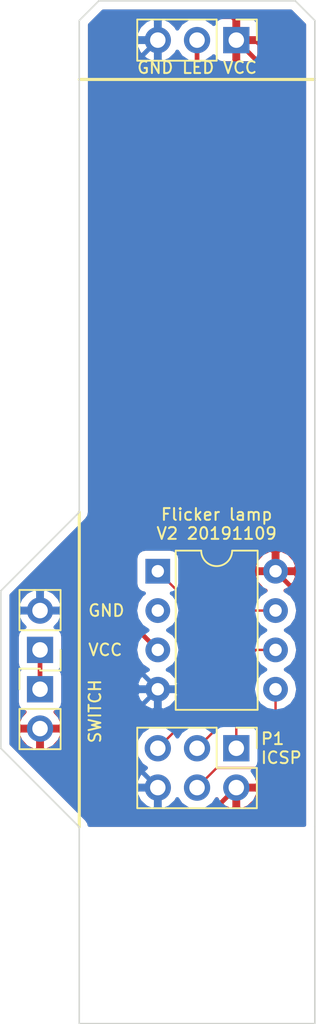
<source format=kicad_pcb>
(kicad_pcb (version 4) (host pcbnew 4.0.7-e2-6376~61~ubuntu18.04.1)

  (general
    (links 12)
    (no_connects 0)
    (area 140.079981 68.95998 162.660001 137.210001)
    (thickness 1.6)
    (drawings 22)
    (tracks 40)
    (zones 0)
    (modules 5)
    (nets 10)
  )

  (page A4)
  (layers
    (0 F.Cu signal)
    (31 B.Cu signal)
    (36 B.SilkS user)
    (37 F.SilkS user)
    (38 B.Mask user)
    (39 F.Mask user)
    (44 Edge.Cuts user)
  )

  (setup
    (last_trace_width 0.1524)
    (trace_clearance 0.1524)
    (zone_clearance 0.508)
    (zone_45_only no)
    (trace_min 0.1524)
    (segment_width 0.2)
    (edge_width 0.1)
    (via_size 0.6858)
    (via_drill 0.3302)
    (via_min_size 0.508)
    (via_min_drill 0.254)
    (uvia_size 0.6858)
    (uvia_drill 0.3302)
    (uvias_allowed no)
    (uvia_min_size 0)
    (uvia_min_drill 0)
    (pcb_text_width 0.3)
    (pcb_text_size 1.5 1.5)
    (mod_edge_width 0.15)
    (mod_text_size 1 1)
    (mod_text_width 0.15)
    (pad_size 1.5 1.5)
    (pad_drill 0.6)
    (pad_to_mask_clearance 0.0508)
    (aux_axis_origin 142.24 137.16)
    (visible_elements FFFFFF7F)
    (pcbplotparams
      (layerselection 0x010f0_80000001)
      (usegerberextensions true)
      (excludeedgelayer true)
      (linewidth 0.100000)
      (plotframeref false)
      (viasonmask false)
      (mode 1)
      (useauxorigin true)
      (hpglpennumber 1)
      (hpglpenspeed 20)
      (hpglpendiameter 15)
      (hpglpenoverlay 2)
      (psnegative false)
      (psa4output false)
      (plotreference true)
      (plotvalue true)
      (plotinvisibletext false)
      (padsonsilk false)
      (subtractmaskfromsilk false)
      (outputformat 1)
      (mirror false)
      (drillshape 0)
      (scaleselection 1)
      (outputdirectory gerber/))
  )

  (net 0 "")
  (net 1 /VCC)
  (net 2 /LED)
  (net 3 /GND)
  (net 4 /VCCIN)
  (net 5 /RESET)
  (net 6 /MOSI)
  (net 7 "Net-(U1-Pad2)")
  (net 8 /MISO)
  (net 9 /SCK)

  (net_class Default "This is the default net class."
    (clearance 0.1524)
    (trace_width 0.1524)
    (via_dia 0.6858)
    (via_drill 0.3302)
    (uvia_dia 0.6858)
    (uvia_drill 0.3302)
    (add_net /LED)
    (add_net /MISO)
    (add_net /MOSI)
    (add_net /RESET)
    (add_net /SCK)
    (add_net "Net-(U1-Pad2)")
  )

  (net_class Power ""
    (clearance 0.1524)
    (trace_width 0.3048)
    (via_dia 0.6858)
    (via_drill 0.3302)
    (uvia_dia 0.6858)
    (uvia_drill 0.3302)
    (add_net /GND)
    (add_net /VCC)
    (add_net /VCCIN)
  )

  (module Socket_Strips:Socket_Strip_Straight_1x03_Pitch2.54mm (layer F.Cu) (tedit 5AF91971) (tstamp 5AF9164F)
    (at 157.48 73.66 270)
    (descr "Through hole straight socket strip, 1x03, 2.54mm pitch, single row")
    (tags "Through hole socket strip THT 1x03 2.54mm single row")
    (path /5AF8FF8A)
    (fp_text reference JLED1 (at 0 -2.33 270) (layer F.SilkS) hide
      (effects (font (size 1 1) (thickness 0.15)))
    )
    (fp_text value Conn_01x03 (at 0 7.41 270) (layer F.Fab) hide
      (effects (font (size 1 1) (thickness 0.15)))
    )
    (fp_line (start -1.27 -1.27) (end -1.27 6.35) (layer F.Fab) (width 0.1))
    (fp_line (start -1.27 6.35) (end 1.27 6.35) (layer F.Fab) (width 0.1))
    (fp_line (start 1.27 6.35) (end 1.27 -1.27) (layer F.Fab) (width 0.1))
    (fp_line (start 1.27 -1.27) (end -1.27 -1.27) (layer F.Fab) (width 0.1))
    (fp_line (start -1.33 1.27) (end -1.33 6.41) (layer F.SilkS) (width 0.12))
    (fp_line (start -1.33 6.41) (end 1.33 6.41) (layer F.SilkS) (width 0.12))
    (fp_line (start 1.33 6.41) (end 1.33 1.27) (layer F.SilkS) (width 0.12))
    (fp_line (start 1.33 1.27) (end -1.33 1.27) (layer F.SilkS) (width 0.12))
    (fp_line (start -1.33 0) (end -1.33 -1.33) (layer F.SilkS) (width 0.12))
    (fp_line (start -1.33 -1.33) (end 0 -1.33) (layer F.SilkS) (width 0.12))
    (fp_line (start -1.8 -1.8) (end -1.8 6.85) (layer F.CrtYd) (width 0.05))
    (fp_line (start -1.8 6.85) (end 1.8 6.85) (layer F.CrtYd) (width 0.05))
    (fp_line (start 1.8 6.85) (end 1.8 -1.8) (layer F.CrtYd) (width 0.05))
    (fp_line (start 1.8 -1.8) (end -1.8 -1.8) (layer F.CrtYd) (width 0.05))
    (pad 1 thru_hole rect (at 0 0 270) (size 1.7 1.7) (drill 1) (layers *.Cu *.Mask)
      (net 1 /VCC))
    (pad 2 thru_hole oval (at 0 2.54 270) (size 1.7 1.7) (drill 1) (layers *.Cu *.Mask)
      (net 2 /LED))
    (pad 3 thru_hole oval (at 0 5.08 270) (size 1.7 1.7) (drill 1) (layers *.Cu *.Mask)
      (net 3 /GND))
    (model ${KISYS3DMOD}/Socket_Strips.3dshapes/Socket_Strip_Straight_1x03_Pitch2.54mm.wrl
      (at (xyz 0 -0.1 0))
      (scale (xyz 1 1 1))
      (rotate (xyz 0 0 270))
    )
  )

  (module Socket_Strips:Socket_Strip_Straight_1x02_Pitch2.54mm (layer F.Cu) (tedit 5AF91988) (tstamp 5AF91664)
    (at 144.78 115.57)
    (descr "Through hole straight socket strip, 1x02, 2.54mm pitch, single row")
    (tags "Through hole socket strip THT 1x02 2.54mm single row")
    (path /5AF8FF69)
    (fp_text reference JPSW1 (at 0 -2.33) (layer F.SilkS) hide
      (effects (font (size 1 1) (thickness 0.15)))
    )
    (fp_text value Conn_01x02 (at 0 4.87) (layer F.Fab) hide
      (effects (font (size 1 1) (thickness 0.15)))
    )
    (fp_line (start -1.27 -1.27) (end -1.27 3.81) (layer F.Fab) (width 0.1))
    (fp_line (start -1.27 3.81) (end 1.27 3.81) (layer F.Fab) (width 0.1))
    (fp_line (start 1.27 3.81) (end 1.27 -1.27) (layer F.Fab) (width 0.1))
    (fp_line (start 1.27 -1.27) (end -1.27 -1.27) (layer F.Fab) (width 0.1))
    (fp_line (start -1.33 1.27) (end -1.33 3.87) (layer F.SilkS) (width 0.12))
    (fp_line (start -1.33 3.87) (end 1.33 3.87) (layer F.SilkS) (width 0.12))
    (fp_line (start 1.33 3.87) (end 1.33 1.27) (layer F.SilkS) (width 0.12))
    (fp_line (start 1.33 1.27) (end -1.33 1.27) (layer F.SilkS) (width 0.12))
    (fp_line (start -1.33 0) (end -1.33 -1.33) (layer F.SilkS) (width 0.12))
    (fp_line (start -1.33 -1.33) (end 0 -1.33) (layer F.SilkS) (width 0.12))
    (fp_line (start -1.8 -1.8) (end -1.8 4.35) (layer F.CrtYd) (width 0.05))
    (fp_line (start -1.8 4.35) (end 1.8 4.35) (layer F.CrtYd) (width 0.05))
    (fp_line (start 1.8 4.35) (end 1.8 -1.8) (layer F.CrtYd) (width 0.05))
    (fp_line (start 1.8 -1.8) (end -1.8 -1.8) (layer F.CrtYd) (width 0.05))
    (pad 1 thru_hole rect (at 0 0) (size 1.7 1.7) (drill 1) (layers *.Cu *.Mask)
      (net 4 /VCCIN))
    (pad 2 thru_hole oval (at 0 2.54) (size 1.7 1.7) (drill 1) (layers *.Cu *.Mask)
      (net 1 /VCC))
    (model ${KISYS3DMOD}/Socket_Strips.3dshapes/Socket_Strip_Straight_1x02_Pitch2.54mm.wrl
      (at (xyz 0 -0.05 0))
      (scale (xyz 1 1 1))
      (rotate (xyz 0 0 270))
    )
  )

  (module Socket_Strips:Socket_Strip_Straight_1x02_Pitch2.54mm (layer F.Cu) (tedit 5AF9199A) (tstamp 5AF91679)
    (at 144.78 113.03 180)
    (descr "Through hole straight socket strip, 1x02, 2.54mm pitch, single row")
    (tags "Through hole socket strip THT 1x02 2.54mm single row")
    (path /5AF8FEE0)
    (fp_text reference JPWR1 (at 0 -2.33 180) (layer F.SilkS) hide
      (effects (font (size 1 1) (thickness 0.15)))
    )
    (fp_text value Conn_01x02 (at 0 4.87 180) (layer F.Fab) hide
      (effects (font (size 1 1) (thickness 0.15)))
    )
    (fp_line (start -1.27 -1.27) (end -1.27 3.81) (layer F.Fab) (width 0.1))
    (fp_line (start -1.27 3.81) (end 1.27 3.81) (layer F.Fab) (width 0.1))
    (fp_line (start 1.27 3.81) (end 1.27 -1.27) (layer F.Fab) (width 0.1))
    (fp_line (start 1.27 -1.27) (end -1.27 -1.27) (layer F.Fab) (width 0.1))
    (fp_line (start -1.33 1.27) (end -1.33 3.87) (layer F.SilkS) (width 0.12))
    (fp_line (start -1.33 3.87) (end 1.33 3.87) (layer F.SilkS) (width 0.12))
    (fp_line (start 1.33 3.87) (end 1.33 1.27) (layer F.SilkS) (width 0.12))
    (fp_line (start 1.33 1.27) (end -1.33 1.27) (layer F.SilkS) (width 0.12))
    (fp_line (start -1.33 0) (end -1.33 -1.33) (layer F.SilkS) (width 0.12))
    (fp_line (start -1.33 -1.33) (end 0 -1.33) (layer F.SilkS) (width 0.12))
    (fp_line (start -1.8 -1.8) (end -1.8 4.35) (layer F.CrtYd) (width 0.05))
    (fp_line (start -1.8 4.35) (end 1.8 4.35) (layer F.CrtYd) (width 0.05))
    (fp_line (start 1.8 4.35) (end 1.8 -1.8) (layer F.CrtYd) (width 0.05))
    (fp_line (start 1.8 -1.8) (end -1.8 -1.8) (layer F.CrtYd) (width 0.05))
    (pad 1 thru_hole rect (at 0 0 180) (size 1.7 1.7) (drill 1) (layers *.Cu *.Mask)
      (net 4 /VCCIN))
    (pad 2 thru_hole oval (at 0 2.54 180) (size 1.7 1.7) (drill 1) (layers *.Cu *.Mask)
      (net 3 /GND))
    (model ${KISYS3DMOD}/Socket_Strips.3dshapes/Socket_Strip_Straight_1x02_Pitch2.54mm.wrl
      (at (xyz 0 -0.05 0))
      (scale (xyz 1 1 1))
      (rotate (xyz 0 0 270))
    )
  )

  (module Housings_DIP:DIP-8_W7.62mm (layer F.Cu) (tedit 5AF919A4) (tstamp 5AF91695)
    (at 152.4 107.95)
    (descr "8-lead though-hole mounted DIP package, row spacing 7.62 mm (300 mils)")
    (tags "THT DIP DIL PDIP 2.54mm 7.62mm 300mil")
    (path /5AF8FD74)
    (fp_text reference U1 (at 3.81 -2.33) (layer F.SilkS) hide
      (effects (font (size 1 1) (thickness 0.15)))
    )
    (fp_text value ATTINY13A-PU (at 3.81 9.95) (layer F.Fab) hide
      (effects (font (size 1 1) (thickness 0.15)))
    )
    (fp_arc (start 3.81 -1.33) (end 2.81 -1.33) (angle -180) (layer F.SilkS) (width 0.12))
    (fp_line (start 1.635 -1.27) (end 6.985 -1.27) (layer F.Fab) (width 0.1))
    (fp_line (start 6.985 -1.27) (end 6.985 8.89) (layer F.Fab) (width 0.1))
    (fp_line (start 6.985 8.89) (end 0.635 8.89) (layer F.Fab) (width 0.1))
    (fp_line (start 0.635 8.89) (end 0.635 -0.27) (layer F.Fab) (width 0.1))
    (fp_line (start 0.635 -0.27) (end 1.635 -1.27) (layer F.Fab) (width 0.1))
    (fp_line (start 2.81 -1.33) (end 1.16 -1.33) (layer F.SilkS) (width 0.12))
    (fp_line (start 1.16 -1.33) (end 1.16 8.95) (layer F.SilkS) (width 0.12))
    (fp_line (start 1.16 8.95) (end 6.46 8.95) (layer F.SilkS) (width 0.12))
    (fp_line (start 6.46 8.95) (end 6.46 -1.33) (layer F.SilkS) (width 0.12))
    (fp_line (start 6.46 -1.33) (end 4.81 -1.33) (layer F.SilkS) (width 0.12))
    (fp_line (start -1.1 -1.55) (end -1.1 9.15) (layer F.CrtYd) (width 0.05))
    (fp_line (start -1.1 9.15) (end 8.7 9.15) (layer F.CrtYd) (width 0.05))
    (fp_line (start 8.7 9.15) (end 8.7 -1.55) (layer F.CrtYd) (width 0.05))
    (fp_line (start 8.7 -1.55) (end -1.1 -1.55) (layer F.CrtYd) (width 0.05))
    (fp_text user %R (at 3.81 3.81) (layer F.Fab)
      (effects (font (size 1 1) (thickness 0.15)))
    )
    (pad 1 thru_hole rect (at 0 0) (size 1.6 1.6) (drill 0.8) (layers *.Cu *.Mask)
      (net 5 /RESET))
    (pad 5 thru_hole oval (at 7.62 7.62) (size 1.6 1.6) (drill 0.8) (layers *.Cu *.Mask)
      (net 6 /MOSI))
    (pad 2 thru_hole oval (at 0 2.54) (size 1.6 1.6) (drill 0.8) (layers *.Cu *.Mask)
      (net 7 "Net-(U1-Pad2)"))
    (pad 6 thru_hole oval (at 7.62 5.08) (size 1.6 1.6) (drill 0.8) (layers *.Cu *.Mask)
      (net 8 /MISO))
    (pad 3 thru_hole oval (at 0 5.08) (size 1.6 1.6) (drill 0.8) (layers *.Cu *.Mask)
      (net 2 /LED))
    (pad 7 thru_hole oval (at 7.62 2.54) (size 1.6 1.6) (drill 0.8) (layers *.Cu *.Mask)
      (net 9 /SCK))
    (pad 4 thru_hole oval (at 0 7.62) (size 1.6 1.6) (drill 0.8) (layers *.Cu *.Mask)
      (net 3 /GND))
    (pad 8 thru_hole oval (at 7.62 0) (size 1.6 1.6) (drill 0.8) (layers *.Cu *.Mask)
      (net 1 /VCC))
    (model ${KISYS3DMOD}/Housings_DIP.3dshapes/DIP-8_W7.62mm.wrl
      (at (xyz 0 0 0))
      (scale (xyz 1 1 1))
      (rotate (xyz 0 0 0))
    )
  )

  (module Pin_Headers:Pin_Header_Straight_2x03_Pitch2.54mm (layer F.Cu) (tedit 5AF91AE6) (tstamp 5AF91863)
    (at 157.48 119.38 270)
    (descr "Through hole straight pin header, 2x03, 2.54mm pitch, double rows")
    (tags "Through hole pin header THT 2x03 2.54mm double row")
    (path /5AF911D9)
    (fp_text reference JICSP1 (at 1.27 -2.33 270) (layer F.SilkS) hide
      (effects (font (size 1 1) (thickness 0.15)))
    )
    (fp_text value Conn_02x03_Odd_Even (at 1.27 7.41 270) (layer F.Fab) hide
      (effects (font (size 1 1) (thickness 0.15)))
    )
    (fp_line (start 0 -1.27) (end 3.81 -1.27) (layer F.Fab) (width 0.1))
    (fp_line (start 3.81 -1.27) (end 3.81 6.35) (layer F.Fab) (width 0.1))
    (fp_line (start 3.81 6.35) (end -1.27 6.35) (layer F.Fab) (width 0.1))
    (fp_line (start -1.27 6.35) (end -1.27 0) (layer F.Fab) (width 0.1))
    (fp_line (start -1.27 0) (end 0 -1.27) (layer F.Fab) (width 0.1))
    (fp_line (start -1.33 6.41) (end 3.87 6.41) (layer F.SilkS) (width 0.12))
    (fp_line (start -1.33 1.27) (end -1.33 6.41) (layer F.SilkS) (width 0.12))
    (fp_line (start 3.87 -1.33) (end 3.87 6.41) (layer F.SilkS) (width 0.12))
    (fp_line (start -1.33 1.27) (end 1.27 1.27) (layer F.SilkS) (width 0.12))
    (fp_line (start 1.27 1.27) (end 1.27 -1.33) (layer F.SilkS) (width 0.12))
    (fp_line (start 1.27 -1.33) (end 3.87 -1.33) (layer F.SilkS) (width 0.12))
    (fp_line (start -1.33 0) (end -1.33 -1.33) (layer F.SilkS) (width 0.12))
    (fp_line (start -1.33 -1.33) (end 0 -1.33) (layer F.SilkS) (width 0.12))
    (fp_line (start -1.8 -1.8) (end -1.8 6.85) (layer F.CrtYd) (width 0.05))
    (fp_line (start -1.8 6.85) (end 4.35 6.85) (layer F.CrtYd) (width 0.05))
    (fp_line (start 4.35 6.85) (end 4.35 -1.8) (layer F.CrtYd) (width 0.05))
    (fp_line (start 4.35 -1.8) (end -1.8 -1.8) (layer F.CrtYd) (width 0.05))
    (pad 1 thru_hole rect (at 0 0 270) (size 1.7 1.7) (drill 1) (layers *.Cu *.Mask)
      (net 8 /MISO))
    (pad 2 thru_hole oval (at 2.54 0 270) (size 1.7 1.7) (drill 1) (layers *.Cu *.Mask)
      (net 1 /VCC))
    (pad 3 thru_hole oval (at 0 2.54 270) (size 1.7 1.7) (drill 1) (layers *.Cu *.Mask)
      (net 9 /SCK))
    (pad 4 thru_hole oval (at 2.54 2.54 270) (size 1.7 1.7) (drill 1) (layers *.Cu *.Mask)
      (net 6 /MOSI))
    (pad 5 thru_hole oval (at 0 5.08 270) (size 1.7 1.7) (drill 1) (layers *.Cu *.Mask)
      (net 5 /RESET))
    (pad 6 thru_hole oval (at 2.54 5.08 270) (size 1.7 1.7) (drill 1) (layers *.Cu *.Mask)
      (net 3 /GND))
    (model ${KISYS3DMOD}/Pin_Headers.3dshapes/Pin_Header_Straight_2x03_Pitch2.54mm.wrl
      (at (xyz 0 0 0))
      (scale (xyz 1 1 1))
      (rotate (xyz 0 0 0))
    )
  )

  (gr_line (start 147.32 137.16) (end 162.56 137.16) (angle 90) (layer Edge.Cuts) (width 0.1))
  (gr_line (start 147.32 124.46) (end 147.32 137.16) (angle 90) (layer Edge.Cuts) (width 0.1) (tstamp 5DC7A896))
  (gr_line (start 162.56 124.46) (end 162.56 137.16) (angle 90) (layer Edge.Cuts) (width 0.1) (tstamp 5DC7A880))
  (gr_text "GND LED VCC" (at 154.94 75.438) (layer F.SilkS)
    (effects (font (size 0.762 0.762) (thickness 0.127)))
  )
  (gr_line (start 147.32 72.39) (end 147.32 76.2) (angle 90) (layer Edge.Cuts) (width 0.1))
  (gr_line (start 162.56 72.39) (end 162.56 76.2) (angle 90) (layer Edge.Cuts) (width 0.1))
  (gr_line (start 162.56 76.2) (end 147.32 76.2) (angle 90) (layer F.SilkS) (width 0.2))
  (gr_line (start 161.29 71.12) (end 162.56 72.39) (angle 90) (layer Edge.Cuts) (width 0.1))
  (gr_line (start 148.59 71.12) (end 147.32 72.39) (angle 90) (layer Edge.Cuts) (width 0.1))
  (gr_line (start 161.29 71.12) (end 148.59 71.12) (angle 90) (layer Edge.Cuts) (width 0.1))
  (gr_line (start 147.32 76.2) (end 147.32 104.14) (angle 90) (layer Edge.Cuts) (width 0.1) (tstamp 5DC7A1E7))
  (gr_line (start 162.56 76.2) (end 162.56 104.14) (angle 90) (layer Edge.Cuts) (width 0.1) (tstamp 5DC7A1A9))
  (gr_line (start 147.32 104.14) (end 147.32 124.46) (angle 90) (layer F.SilkS) (width 0.2))
  (gr_line (start 142.24 109.22) (end 147.32 104.14) (angle 90) (layer Edge.Cuts) (width 0.1))
  (gr_line (start 142.24 119.38) (end 147.32 124.46) (angle 90) (layer Edge.Cuts) (width 0.1))
  (gr_line (start 142.24 109.22) (end 142.24 119.38) (angle 90) (layer Edge.Cuts) (width 0.1))
  (gr_text "Flicker lamp\nV2 20191109" (at 156.21 104.902) (layer F.SilkS)
    (effects (font (size 0.762 0.762) (thickness 0.127)))
  )
  (gr_text "P1\nICSP" (at 159.004 119.38) (layer F.SilkS)
    (effects (font (size 0.762 0.762) (thickness 0.127)) (justify left))
  )
  (gr_text SWITCH (at 148.336 119.126 90) (layer F.SilkS)
    (effects (font (size 0.762 0.762) (thickness 0.127)) (justify left))
  )
  (gr_text VCC (at 147.828 113.03) (layer F.SilkS)
    (effects (font (size 0.762 0.762) (thickness 0.127)) (justify left))
  )
  (gr_text GND (at 147.828 110.49) (layer F.SilkS)
    (effects (font (size 0.762 0.762) (thickness 0.127)) (justify left))
  )
  (gr_line (start 162.56 104.14) (end 162.56 124.46) (angle 90) (layer Edge.Cuts) (width 0.1))

  (segment (start 160.02 107.95) (end 161.798 109.728) (width 0.3048) (layer F.Cu) (net 1))
  (segment (start 160.02 107.95) (end 160.02 76.2) (width 0.3048) (layer F.Cu) (net 1))
  (segment (start 160.02 76.2) (end 157.48 73.66) (width 0.3048) (layer F.Cu) (net 1) (tstamp 5DC7A559))
  (segment (start 157.48 121.92) (end 155.702 123.698) (width 0.3048) (layer F.Cu) (net 1))
  (segment (start 146.05 118.11) (end 144.78 118.11) (width 0.3048) (layer F.Cu) (net 1) (tstamp 5DC7A119))
  (segment (start 151.638 123.698) (end 146.05 118.11) (width 0.3048) (layer F.Cu) (net 1) (tstamp 5DC7A116))
  (segment (start 155.702 123.698) (end 151.638 123.698) (width 0.3048) (layer F.Cu) (net 1) (tstamp 5DC7A112))
  (segment (start 160.02 121.92) (end 157.48 121.92) (width 0.3048) (layer F.Cu) (net 1) (tstamp 5DC79A8E))
  (segment (start 161.798 120.65) (end 160.02 121.92) (width 0.3048) (layer F.Cu) (net 1) (tstamp 5DC79A86))
  (segment (start 161.798 109.728) (end 161.798 120.65) (width 0.3048) (layer F.Cu) (net 1) (tstamp 5DC79A7A))
  (segment (start 152.4 113.03) (end 149.86 110.49) (width 0.3048) (layer F.Cu) (net 2))
  (segment (start 154.94 101.6) (end 154.94 73.66) (width 0.3048) (layer F.Cu) (net 2) (tstamp 5DC7A993))
  (segment (start 149.86 106.68) (end 154.94 101.6) (width 0.3048) (layer F.Cu) (net 2) (tstamp 5DC7A98C))
  (segment (start 149.86 110.49) (end 149.86 106.68) (width 0.3048) (layer F.Cu) (net 2) (tstamp 5DC7A97E))
  (segment (start 152.4 73.66) (end 149.86 76.2) (width 0.3048) (layer B.Cu) (net 3))
  (segment (start 149.86 76.2) (end 149.86 113.03) (width 0.3048) (layer B.Cu) (net 3) (tstamp 5DC7A5E2))
  (segment (start 152.4 115.57) (end 149.86 113.03) (width 0.3048) (layer B.Cu) (net 3))
  (segment (start 149.86 113.03) (end 147.32 110.49) (width 0.3048) (layer B.Cu) (net 3) (tstamp 5DC7A5FD))
  (segment (start 147.32 110.49) (end 144.78 110.49) (width 0.3048) (layer B.Cu) (net 3) (tstamp 5DC7A128))
  (segment (start 152.4 115.57) (end 151.13 116.84) (width 0.3048) (layer B.Cu) (net 3))
  (segment (start 151.13 116.84) (end 149.86 118.11) (width 0.3048) (layer B.Cu) (net 3) (tstamp 5DC798F2))
  (segment (start 149.86 118.11) (end 149.86 119.38) (width 0.3048) (layer B.Cu) (net 3) (tstamp 5DC7941D))
  (segment (start 149.86 119.38) (end 152.4 121.92) (width 0.3048) (layer B.Cu) (net 3))
  (segment (start 144.78 113.03) (end 144.78 115.57) (width 0.3048) (layer F.Cu) (net 4))
  (segment (start 152.4 107.95) (end 154.178 109.728) (width 0.1524) (layer F.Cu) (net 5))
  (segment (start 154.178 117.602) (end 152.4 119.38) (width 0.1524) (layer F.Cu) (net 5) (tstamp 5AF91BD3))
  (segment (start 154.178 109.728) (end 154.178 117.602) (width 0.1524) (layer F.Cu) (net 5) (tstamp 5DC7AA73))
  (segment (start 160.02 115.57) (end 160.02 119.38) (width 0.1524) (layer F.Cu) (net 6))
  (segment (start 156.21 120.65) (end 154.94 121.92) (width 0.1524) (layer F.Cu) (net 6) (tstamp 5AF91C29))
  (segment (start 158.75 120.65) (end 156.21 120.65) (width 0.1524) (layer F.Cu) (net 6) (tstamp 5AF91C28))
  (segment (start 160.02 119.38) (end 158.75 120.65) (width 0.1524) (layer F.Cu) (net 6) (tstamp 5AF91C25))
  (segment (start 160.02 113.03) (end 158.75 113.03) (width 0.1524) (layer F.Cu) (net 8))
  (segment (start 157.48 114.3) (end 157.48 119.38) (width 0.1524) (layer F.Cu) (net 8) (tstamp 5AF91C21))
  (segment (start 158.75 113.03) (end 157.48 114.3) (width 0.1524) (layer F.Cu) (net 8) (tstamp 5AF91C1D))
  (segment (start 156.21 116.84) (end 156.21 118.11) (width 0.1524) (layer F.Cu) (net 9))
  (segment (start 156.21 118.11) (end 154.94 119.38) (width 0.1524) (layer F.Cu) (net 9) (tstamp 5AF91DE6))
  (segment (start 160.02 110.49) (end 157.48 110.49) (width 0.1524) (layer F.Cu) (net 9))
  (segment (start 156.21 111.76) (end 156.21 116.84) (width 0.1524) (layer F.Cu) (net 9) (tstamp 5AF91C0F))
  (segment (start 156.21 116.84) (end 156.21 116.84) (width 0.1524) (layer F.Cu) (net 9) (tstamp 5AF91DC3))
  (segment (start 157.48 110.49) (end 156.21 111.76) (width 0.1524) (layer F.Cu) (net 9) (tstamp 5AF91C0B))

  (zone (net 1) (net_name /VCC) (layer F.Cu) (tstamp 5DC7A693) (hatch edge 0.508)
    (connect_pads (clearance 0.508))
    (min_thickness 0.254)
    (fill yes (arc_segments 16) (thermal_gap 0.508) (thermal_bridge_width 0.508))
    (polygon
      (pts
        (xy 148.59 71.12) (xy 161.29 71.12) (xy 162.56 72.39) (xy 162.56 124.46) (xy 147.32 124.46)
        (xy 142.24 119.38) (xy 142.24 109.22) (xy 147.32 104.14) (xy 147.32 72.39)
      )
    )
    (filled_polygon
      (pts
        (xy 161.875 72.673736) (xy 161.875 124.333) (xy 147.979738 124.333) (xy 147.952857 124.197862) (xy 147.804368 123.975632)
        (xy 142.925 119.096264) (xy 142.925 118.46689) (xy 143.338524 118.46689) (xy 143.508355 118.876924) (xy 143.898642 119.305183)
        (xy 144.423108 119.551486) (xy 144.653 119.430819) (xy 144.653 118.237) (xy 144.907 118.237) (xy 144.907 119.430819)
        (xy 145.136892 119.551486) (xy 145.661358 119.305183) (xy 146.051645 118.876924) (xy 146.221476 118.46689) (xy 146.100155 118.237)
        (xy 144.907 118.237) (xy 144.653 118.237) (xy 143.459845 118.237) (xy 143.338524 118.46689) (xy 142.925 118.46689)
        (xy 142.925 110.49) (xy 143.265907 110.49) (xy 143.378946 111.058285) (xy 143.700853 111.540054) (xy 143.742452 111.56785)
        (xy 143.694683 111.576838) (xy 143.478559 111.71591) (xy 143.333569 111.92811) (xy 143.28256 112.18) (xy 143.28256 113.88)
        (xy 143.326838 114.115317) (xy 143.447015 114.302077) (xy 143.333569 114.46811) (xy 143.28256 114.72) (xy 143.28256 116.42)
        (xy 143.326838 116.655317) (xy 143.46591 116.871441) (xy 143.67811 117.016431) (xy 143.786107 117.038301) (xy 143.508355 117.343076)
        (xy 143.338524 117.75311) (xy 143.459845 117.983) (xy 144.653 117.983) (xy 144.653 117.963) (xy 144.907 117.963)
        (xy 144.907 117.983) (xy 146.100155 117.983) (xy 146.221476 117.75311) (xy 146.051645 117.343076) (xy 145.775499 117.040063)
        (xy 145.865317 117.023162) (xy 146.081441 116.88409) (xy 146.226431 116.67189) (xy 146.27744 116.42) (xy 146.27744 114.72)
        (xy 146.233162 114.484683) (xy 146.112985 114.297923) (xy 146.226431 114.13189) (xy 146.27744 113.88) (xy 146.27744 112.18)
        (xy 146.233162 111.944683) (xy 146.09409 111.728559) (xy 145.88189 111.583569) (xy 145.814459 111.569914) (xy 145.859147 111.540054)
        (xy 146.181054 111.058285) (xy 146.294093 110.49) (xy 146.181054 109.921715) (xy 145.859147 109.439946) (xy 145.377378 109.118039)
        (xy 144.809093 109.005) (xy 144.750907 109.005) (xy 144.182622 109.118039) (xy 143.700853 109.439946) (xy 143.378946 109.921715)
        (xy 143.265907 110.49) (xy 142.925 110.49) (xy 142.925 109.503736) (xy 145.748736 106.68) (xy 149.0726 106.68)
        (xy 149.0726 110.49) (xy 149.132537 110.791325) (xy 149.303224 111.046776) (xy 150.994883 112.738435) (xy 150.936887 113.03)
        (xy 151.04612 113.579151) (xy 151.357189 114.044698) (xy 151.739275 114.3) (xy 151.357189 114.555302) (xy 151.04612 115.020849)
        (xy 150.936887 115.57) (xy 151.04612 116.119151) (xy 151.357189 116.584698) (xy 151.822736 116.895767) (xy 152.371887 117.005)
        (xy 152.428113 117.005) (xy 152.977264 116.895767) (xy 153.442811 116.584698) (xy 153.4668 116.548796) (xy 153.4668 117.307411)
        (xy 152.823971 117.95024) (xy 152.4 117.865907) (xy 151.831715 117.978946) (xy 151.349946 118.300853) (xy 151.028039 118.782622)
        (xy 150.915 119.350907) (xy 150.915 119.409093) (xy 151.028039 119.977378) (xy 151.349946 120.459147) (xy 151.635578 120.65)
        (xy 151.349946 120.840853) (xy 151.028039 121.322622) (xy 150.915 121.890907) (xy 150.915 121.949093) (xy 151.028039 122.517378)
        (xy 151.349946 122.999147) (xy 151.831715 123.321054) (xy 152.4 123.434093) (xy 152.968285 123.321054) (xy 153.450054 122.999147)
        (xy 153.67 122.669974) (xy 153.889946 122.999147) (xy 154.371715 123.321054) (xy 154.94 123.434093) (xy 155.508285 123.321054)
        (xy 155.990054 122.999147) (xy 156.217702 122.658447) (xy 156.284817 122.801358) (xy 156.713076 123.191645) (xy 157.12311 123.361476)
        (xy 157.353 123.240155) (xy 157.353 122.047) (xy 157.607 122.047) (xy 157.607 123.240155) (xy 157.83689 123.361476)
        (xy 158.246924 123.191645) (xy 158.675183 122.801358) (xy 158.921486 122.276892) (xy 158.800819 122.047) (xy 157.607 122.047)
        (xy 157.353 122.047) (xy 157.333 122.047) (xy 157.333 121.793) (xy 157.353 121.793) (xy 157.353 121.773)
        (xy 157.607 121.773) (xy 157.607 121.793) (xy 158.800819 121.793) (xy 158.921486 121.563108) (xy 158.820115 121.347253)
        (xy 159.022165 121.307063) (xy 159.252894 121.152894) (xy 160.522894 119.882895) (xy 160.677063 119.652165) (xy 160.721091 119.430819)
        (xy 160.7312 119.38) (xy 160.7312 116.806274) (xy 161.062811 116.584698) (xy 161.37388 116.119151) (xy 161.483113 115.57)
        (xy 161.37388 115.020849) (xy 161.062811 114.555302) (xy 160.680725 114.3) (xy 161.062811 114.044698) (xy 161.37388 113.579151)
        (xy 161.483113 113.03) (xy 161.37388 112.480849) (xy 161.062811 112.015302) (xy 160.680725 111.76) (xy 161.062811 111.504698)
        (xy 161.37388 111.039151) (xy 161.483113 110.49) (xy 161.37388 109.940849) (xy 161.062811 109.475302) (xy 160.658297 109.205014)
        (xy 160.875134 109.102389) (xy 161.251041 108.687423) (xy 161.411904 108.299039) (xy 161.289915 108.077) (xy 160.147 108.077)
        (xy 160.147 108.097) (xy 159.893 108.097) (xy 159.893 108.077) (xy 158.750085 108.077) (xy 158.628096 108.299039)
        (xy 158.788959 108.687423) (xy 159.164866 109.102389) (xy 159.381703 109.205014) (xy 158.977189 109.475302) (xy 158.774398 109.7788)
        (xy 157.48 109.7788) (xy 157.25299 109.823955) (xy 157.207835 109.832937) (xy 156.977105 109.987106) (xy 155.707106 111.257106)
        (xy 155.552937 111.487835) (xy 155.552937 111.487836) (xy 155.4988 111.76) (xy 155.4988 117.815411) (xy 155.363971 117.95024)
        (xy 154.94 117.865907) (xy 154.825341 117.888714) (xy 154.835063 117.874164) (xy 154.8892 117.602) (xy 154.8892 109.728)
        (xy 154.835063 109.455836) (xy 154.796044 109.39744) (xy 154.680895 109.225106) (xy 153.84744 108.391651) (xy 153.84744 107.600961)
        (xy 158.628096 107.600961) (xy 158.750085 107.823) (xy 159.893 107.823) (xy 159.893 106.679371) (xy 160.147 106.679371)
        (xy 160.147 107.823) (xy 161.289915 107.823) (xy 161.411904 107.600961) (xy 161.251041 107.212577) (xy 160.875134 106.797611)
        (xy 160.369041 106.558086) (xy 160.147 106.679371) (xy 159.893 106.679371) (xy 159.670959 106.558086) (xy 159.164866 106.797611)
        (xy 158.788959 107.212577) (xy 158.628096 107.600961) (xy 153.84744 107.600961) (xy 153.84744 107.15) (xy 153.803162 106.914683)
        (xy 153.66409 106.698559) (xy 153.45189 106.553569) (xy 153.2 106.50256) (xy 151.6 106.50256) (xy 151.364683 106.546838)
        (xy 151.148559 106.68591) (xy 151.003569 106.89811) (xy 150.95256 107.15) (xy 150.95256 108.75) (xy 150.996838 108.985317)
        (xy 151.13591 109.201441) (xy 151.34811 109.346431) (xy 151.503089 109.377815) (xy 151.357189 109.475302) (xy 151.04612 109.940849)
        (xy 150.94297 110.459418) (xy 150.6474 110.163848) (xy 150.6474 107.006152) (xy 155.496776 102.156776) (xy 155.667463 101.901325)
        (xy 155.7274 101.6) (xy 155.7274 74.914646) (xy 155.990054 74.739147) (xy 156.019403 74.695223) (xy 156.091673 74.869698)
        (xy 156.270301 75.048327) (xy 156.50369 75.145) (xy 157.19425 75.145) (xy 157.353 74.98625) (xy 157.353 73.787)
        (xy 157.607 73.787) (xy 157.607 74.98625) (xy 157.76575 75.145) (xy 158.45631 75.145) (xy 158.689699 75.048327)
        (xy 158.868327 74.869698) (xy 158.965 74.636309) (xy 158.965 73.94575) (xy 158.80625 73.787) (xy 157.607 73.787)
        (xy 157.353 73.787) (xy 157.333 73.787) (xy 157.333 73.533) (xy 157.353 73.533) (xy 157.353 72.33375)
        (xy 157.607 72.33375) (xy 157.607 73.533) (xy 158.80625 73.533) (xy 158.965 73.37425) (xy 158.965 72.683691)
        (xy 158.868327 72.450302) (xy 158.689699 72.271673) (xy 158.45631 72.175) (xy 157.76575 72.175) (xy 157.607 72.33375)
        (xy 157.353 72.33375) (xy 157.19425 72.175) (xy 156.50369 72.175) (xy 156.270301 72.271673) (xy 156.091673 72.450302)
        (xy 156.019403 72.624777) (xy 155.990054 72.580853) (xy 155.508285 72.258946) (xy 154.94 72.145907) (xy 154.371715 72.258946)
        (xy 153.889946 72.580853) (xy 153.67 72.910026) (xy 153.450054 72.580853) (xy 152.968285 72.258946) (xy 152.4 72.145907)
        (xy 151.831715 72.258946) (xy 151.349946 72.580853) (xy 151.028039 73.062622) (xy 150.915 73.630907) (xy 150.915 73.689093)
        (xy 151.028039 74.257378) (xy 151.349946 74.739147) (xy 151.831715 75.061054) (xy 152.4 75.174093) (xy 152.968285 75.061054)
        (xy 153.450054 74.739147) (xy 153.67 74.409974) (xy 153.889946 74.739147) (xy 154.1526 74.914646) (xy 154.1526 101.273848)
        (xy 149.303224 106.123224) (xy 149.132537 106.378675) (xy 149.0726 106.68) (xy 145.748736 106.68) (xy 147.804368 104.624368)
        (xy 147.952857 104.402138) (xy 148.005 104.14) (xy 148.005 72.673736) (xy 148.873736 71.805) (xy 161.006264 71.805)
      )
    )
  )
  (zone (net 3) (net_name /GND) (layer B.Cu) (tstamp 5DC7A6BF) (hatch edge 0.508)
    (connect_pads (clearance 0.508))
    (min_thickness 0.254)
    (fill yes (arc_segments 16) (thermal_gap 0.508) (thermal_bridge_width 0.508))
    (polygon
      (pts
        (xy 148.59 71.12) (xy 161.29 71.12) (xy 162.56 72.39) (xy 162.56 124.46) (xy 147.32 124.46)
        (xy 142.24 119.38) (xy 142.24 109.22) (xy 147.32 104.14) (xy 147.32 72.39)
      )
    )
    (filled_polygon
      (pts
        (xy 161.875 72.673736) (xy 161.875 124.333) (xy 147.979738 124.333) (xy 147.952857 124.197862) (xy 147.804368 123.975632)
        (xy 146.105628 122.276892) (xy 150.958514 122.276892) (xy 151.204817 122.801358) (xy 151.633076 123.191645) (xy 152.04311 123.361476)
        (xy 152.273 123.240155) (xy 152.273 122.047) (xy 151.079181 122.047) (xy 150.958514 122.276892) (xy 146.105628 122.276892)
        (xy 142.925 119.096264) (xy 142.925 118.11) (xy 143.265907 118.11) (xy 143.378946 118.678285) (xy 143.700853 119.160054)
        (xy 144.182622 119.481961) (xy 144.750907 119.595) (xy 144.809093 119.595) (xy 145.377378 119.481961) (xy 145.573514 119.350907)
        (xy 150.915 119.350907) (xy 150.915 119.409093) (xy 151.028039 119.977378) (xy 151.349946 120.459147) (xy 151.633101 120.648345)
        (xy 151.633076 120.648355) (xy 151.204817 121.038642) (xy 150.958514 121.563108) (xy 151.079181 121.793) (xy 152.273 121.793)
        (xy 152.273 121.773) (xy 152.527 121.773) (xy 152.527 121.793) (xy 152.547 121.793) (xy 152.547 122.047)
        (xy 152.527 122.047) (xy 152.527 123.240155) (xy 152.75689 123.361476) (xy 153.166924 123.191645) (xy 153.595183 122.801358)
        (xy 153.662298 122.658447) (xy 153.889946 122.999147) (xy 154.371715 123.321054) (xy 154.94 123.434093) (xy 155.508285 123.321054)
        (xy 155.990054 122.999147) (xy 156.21 122.669974) (xy 156.429946 122.999147) (xy 156.911715 123.321054) (xy 157.48 123.434093)
        (xy 158.048285 123.321054) (xy 158.530054 122.999147) (xy 158.851961 122.517378) (xy 158.965 121.949093) (xy 158.965 121.890907)
        (xy 158.851961 121.322622) (xy 158.530054 120.840853) (xy 158.528821 120.840029) (xy 158.565317 120.833162) (xy 158.781441 120.69409)
        (xy 158.926431 120.48189) (xy 158.97744 120.23) (xy 158.97744 118.53) (xy 158.933162 118.294683) (xy 158.79409 118.078559)
        (xy 158.58189 117.933569) (xy 158.33 117.88256) (xy 156.63 117.88256) (xy 156.394683 117.926838) (xy 156.178559 118.06591)
        (xy 156.033569 118.27811) (xy 156.019914 118.345541) (xy 155.990054 118.300853) (xy 155.508285 117.978946) (xy 154.94 117.865907)
        (xy 154.371715 117.978946) (xy 153.889946 118.300853) (xy 153.67 118.630026) (xy 153.450054 118.300853) (xy 152.968285 117.978946)
        (xy 152.4 117.865907) (xy 151.831715 117.978946) (xy 151.349946 118.300853) (xy 151.028039 118.782622) (xy 150.915 119.350907)
        (xy 145.573514 119.350907) (xy 145.859147 119.160054) (xy 146.181054 118.678285) (xy 146.294093 118.11) (xy 146.181054 117.541715)
        (xy 145.859147 117.059946) (xy 145.817548 117.03215) (xy 145.865317 117.023162) (xy 146.081441 116.88409) (xy 146.226431 116.67189)
        (xy 146.27744 116.42) (xy 146.27744 115.919039) (xy 151.008096 115.919039) (xy 151.168959 116.307423) (xy 151.544866 116.722389)
        (xy 152.050959 116.961914) (xy 152.273 116.840629) (xy 152.273 115.697) (xy 152.527 115.697) (xy 152.527 116.840629)
        (xy 152.749041 116.961914) (xy 153.255134 116.722389) (xy 153.631041 116.307423) (xy 153.791904 115.919039) (xy 153.669915 115.697)
        (xy 152.527 115.697) (xy 152.273 115.697) (xy 151.130085 115.697) (xy 151.008096 115.919039) (xy 146.27744 115.919039)
        (xy 146.27744 114.72) (xy 146.233162 114.484683) (xy 146.112985 114.297923) (xy 146.226431 114.13189) (xy 146.27744 113.88)
        (xy 146.27744 112.18) (xy 146.233162 111.944683) (xy 146.09409 111.728559) (xy 145.88189 111.583569) (xy 145.773893 111.561699)
        (xy 146.051645 111.256924) (xy 146.221476 110.84689) (xy 146.100155 110.617) (xy 144.907 110.617) (xy 144.907 110.637)
        (xy 144.653 110.637) (xy 144.653 110.617) (xy 143.459845 110.617) (xy 143.338524 110.84689) (xy 143.508355 111.256924)
        (xy 143.784501 111.559937) (xy 143.694683 111.576838) (xy 143.478559 111.71591) (xy 143.333569 111.92811) (xy 143.28256 112.18)
        (xy 143.28256 113.88) (xy 143.326838 114.115317) (xy 143.447015 114.302077) (xy 143.333569 114.46811) (xy 143.28256 114.72)
        (xy 143.28256 116.42) (xy 143.326838 116.655317) (xy 143.46591 116.871441) (xy 143.67811 117.016431) (xy 143.745541 117.030086)
        (xy 143.700853 117.059946) (xy 143.378946 117.541715) (xy 143.265907 118.11) (xy 142.925 118.11) (xy 142.925 110.49)
        (xy 150.936887 110.49) (xy 151.04612 111.039151) (xy 151.357189 111.504698) (xy 151.739275 111.76) (xy 151.357189 112.015302)
        (xy 151.04612 112.480849) (xy 150.936887 113.03) (xy 151.04612 113.579151) (xy 151.357189 114.044698) (xy 151.761703 114.314986)
        (xy 151.544866 114.417611) (xy 151.168959 114.832577) (xy 151.008096 115.220961) (xy 151.130085 115.443) (xy 152.273 115.443)
        (xy 152.273 115.423) (xy 152.527 115.423) (xy 152.527 115.443) (xy 153.669915 115.443) (xy 153.791904 115.220961)
        (xy 153.631041 114.832577) (xy 153.255134 114.417611) (xy 153.038297 114.314986) (xy 153.442811 114.044698) (xy 153.75388 113.579151)
        (xy 153.863113 113.03) (xy 153.75388 112.480849) (xy 153.442811 112.015302) (xy 153.060725 111.76) (xy 153.442811 111.504698)
        (xy 153.75388 111.039151) (xy 153.863113 110.49) (xy 153.75388 109.940849) (xy 153.442811 109.475302) (xy 153.298535 109.378899)
        (xy 153.435317 109.353162) (xy 153.651441 109.21409) (xy 153.796431 109.00189) (xy 153.84744 108.75) (xy 153.84744 107.95)
        (xy 158.556887 107.95) (xy 158.66612 108.499151) (xy 158.977189 108.964698) (xy 159.359275 109.22) (xy 158.977189 109.475302)
        (xy 158.66612 109.940849) (xy 158.556887 110.49) (xy 158.66612 111.039151) (xy 158.977189 111.504698) (xy 159.359275 111.76)
        (xy 158.977189 112.015302) (xy 158.66612 112.480849) (xy 158.556887 113.03) (xy 158.66612 113.579151) (xy 158.977189 114.044698)
        (xy 159.359275 114.3) (xy 158.977189 114.555302) (xy 158.66612 115.020849) (xy 158.556887 115.57) (xy 158.66612 116.119151)
        (xy 158.977189 116.584698) (xy 159.442736 116.895767) (xy 159.991887 117.005) (xy 160.048113 117.005) (xy 160.597264 116.895767)
        (xy 161.062811 116.584698) (xy 161.37388 116.119151) (xy 161.483113 115.57) (xy 161.37388 115.020849) (xy 161.062811 114.555302)
        (xy 160.680725 114.3) (xy 161.062811 114.044698) (xy 161.37388 113.579151) (xy 161.483113 113.03) (xy 161.37388 112.480849)
        (xy 161.062811 112.015302) (xy 160.680725 111.76) (xy 161.062811 111.504698) (xy 161.37388 111.039151) (xy 161.483113 110.49)
        (xy 161.37388 109.940849) (xy 161.062811 109.475302) (xy 160.680725 109.22) (xy 161.062811 108.964698) (xy 161.37388 108.499151)
        (xy 161.483113 107.95) (xy 161.37388 107.400849) (xy 161.062811 106.935302) (xy 160.597264 106.624233) (xy 160.048113 106.515)
        (xy 159.991887 106.515) (xy 159.442736 106.624233) (xy 158.977189 106.935302) (xy 158.66612 107.400849) (xy 158.556887 107.95)
        (xy 153.84744 107.95) (xy 153.84744 107.15) (xy 153.803162 106.914683) (xy 153.66409 106.698559) (xy 153.45189 106.553569)
        (xy 153.2 106.50256) (xy 151.6 106.50256) (xy 151.364683 106.546838) (xy 151.148559 106.68591) (xy 151.003569 106.89811)
        (xy 150.95256 107.15) (xy 150.95256 108.75) (xy 150.996838 108.985317) (xy 151.13591 109.201441) (xy 151.34811 109.346431)
        (xy 151.503089 109.377815) (xy 151.357189 109.475302) (xy 151.04612 109.940849) (xy 150.936887 110.49) (xy 142.925 110.49)
        (xy 142.925 110.13311) (xy 143.338524 110.13311) (xy 143.459845 110.363) (xy 144.653 110.363) (xy 144.653 109.169181)
        (xy 144.907 109.169181) (xy 144.907 110.363) (xy 146.100155 110.363) (xy 146.221476 110.13311) (xy 146.051645 109.723076)
        (xy 145.661358 109.294817) (xy 145.136892 109.048514) (xy 144.907 109.169181) (xy 144.653 109.169181) (xy 144.423108 109.048514)
        (xy 143.898642 109.294817) (xy 143.508355 109.723076) (xy 143.338524 110.13311) (xy 142.925 110.13311) (xy 142.925 109.503736)
        (xy 147.804368 104.624368) (xy 147.952857 104.402138) (xy 148.005 104.14) (xy 148.005 74.016892) (xy 150.958514 74.016892)
        (xy 151.204817 74.541358) (xy 151.633076 74.931645) (xy 152.04311 75.101476) (xy 152.273 74.980155) (xy 152.273 73.787)
        (xy 151.079181 73.787) (xy 150.958514 74.016892) (xy 148.005 74.016892) (xy 148.005 73.303108) (xy 150.958514 73.303108)
        (xy 151.079181 73.533) (xy 152.273 73.533) (xy 152.273 72.339845) (xy 152.527 72.339845) (xy 152.527 73.533)
        (xy 152.547 73.533) (xy 152.547 73.787) (xy 152.527 73.787) (xy 152.527 74.980155) (xy 152.75689 75.101476)
        (xy 153.166924 74.931645) (xy 153.595183 74.541358) (xy 153.662298 74.398447) (xy 153.889946 74.739147) (xy 154.371715 75.061054)
        (xy 154.94 75.174093) (xy 155.508285 75.061054) (xy 155.990054 74.739147) (xy 156.01785 74.697548) (xy 156.026838 74.745317)
        (xy 156.16591 74.961441) (xy 156.37811 75.106431) (xy 156.63 75.15744) (xy 158.33 75.15744) (xy 158.565317 75.113162)
        (xy 158.781441 74.97409) (xy 158.926431 74.76189) (xy 158.97744 74.51) (xy 158.97744 72.81) (xy 158.933162 72.574683)
        (xy 158.79409 72.358559) (xy 158.58189 72.213569) (xy 158.33 72.16256) (xy 156.63 72.16256) (xy 156.394683 72.206838)
        (xy 156.178559 72.34591) (xy 156.033569 72.55811) (xy 156.019914 72.625541) (xy 155.990054 72.580853) (xy 155.508285 72.258946)
        (xy 154.94 72.145907) (xy 154.371715 72.258946) (xy 153.889946 72.580853) (xy 153.662298 72.921553) (xy 153.595183 72.778642)
        (xy 153.166924 72.388355) (xy 152.75689 72.218524) (xy 152.527 72.339845) (xy 152.273 72.339845) (xy 152.04311 72.218524)
        (xy 151.633076 72.388355) (xy 151.204817 72.778642) (xy 150.958514 73.303108) (xy 148.005 73.303108) (xy 148.005 72.673736)
        (xy 148.873736 71.805) (xy 161.006264 71.805)
      )
    )
  )
)

</source>
